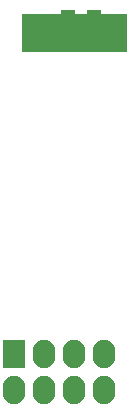
<source format=gts>
G04 #@! TF.FileFunction,Soldermask,Top*
%FSLAX46Y46*%
G04 Gerber Fmt 4.6, Leading zero omitted, Abs format (unit mm)*
G04 Created by KiCad (PCBNEW 4.0.2-stable) date Thursday, 21 July 2016 'pmt' 12:04:49*
%MOMM*%
G01*
G04 APERTURE LIST*
%ADD10C,0.200000*%
%ADD11O,1.900000X2.400000*%
%ADD12R,1.900000X2.400000*%
%ADD13R,1.200000X3.300000*%
%ADD14R,1.200000X3.600000*%
G04 APERTURE END LIST*
D10*
D11*
X153670000Y-122805000D03*
X153670000Y-119765000D03*
D12*
X146050000Y-119765000D03*
D11*
X146050000Y-122805000D03*
X148590000Y-119765000D03*
X148590000Y-122805000D03*
X151130000Y-119765000D03*
X151130000Y-122805000D03*
D13*
X155000000Y-92580000D03*
X153900000Y-92580000D03*
D14*
X152800000Y-92430000D03*
D13*
X151700000Y-92580000D03*
D14*
X150600000Y-92430000D03*
D13*
X149500000Y-92580000D03*
X148400000Y-92580000D03*
X147300000Y-92580000D03*
M02*

</source>
